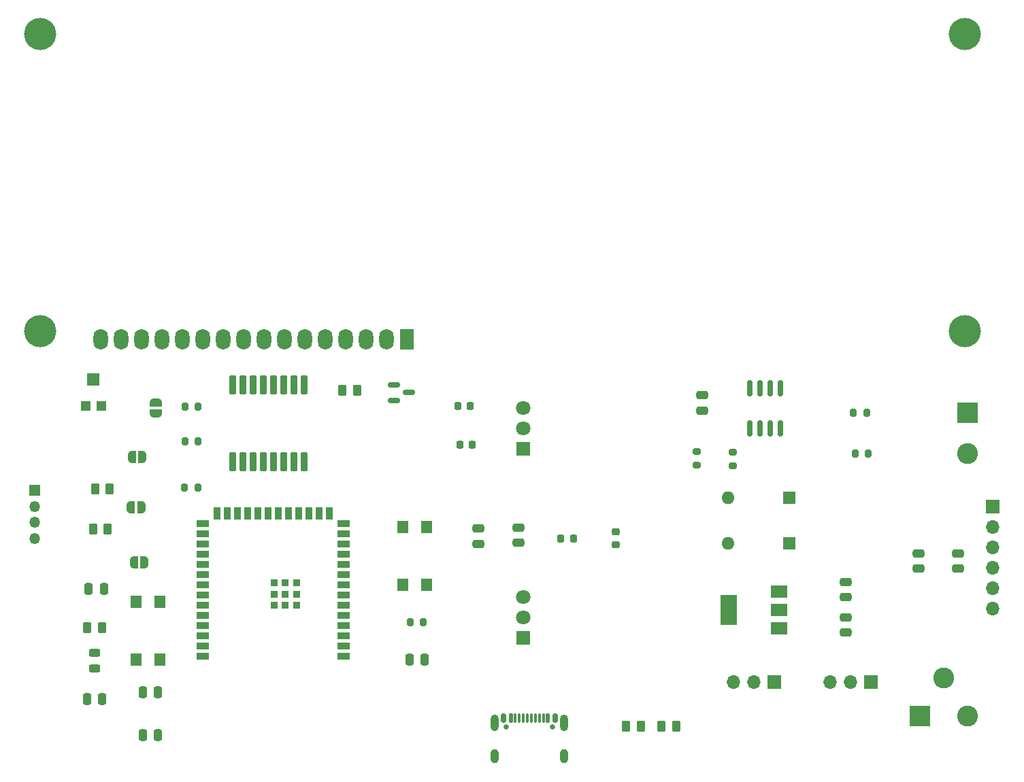
<source format=gbr>
%TF.GenerationSoftware,KiCad,Pcbnew,7.0.10*%
%TF.CreationDate,2024-04-10T22:42:48-07:00*%
%TF.ProjectId,COFFEE_MAKER,434f4646-4545-45f4-9d41-4b45522e6b69,rev?*%
%TF.SameCoordinates,Original*%
%TF.FileFunction,Soldermask,Top*%
%TF.FilePolarity,Negative*%
%FSLAX46Y46*%
G04 Gerber Fmt 4.6, Leading zero omitted, Abs format (unit mm)*
G04 Created by KiCad (PCBNEW 7.0.10) date 2024-04-10 22:42:48*
%MOMM*%
%LPD*%
G01*
G04 APERTURE LIST*
G04 Aperture macros list*
%AMRoundRect*
0 Rectangle with rounded corners*
0 $1 Rounding radius*
0 $2 $3 $4 $5 $6 $7 $8 $9 X,Y pos of 4 corners*
0 Add a 4 corners polygon primitive as box body*
4,1,4,$2,$3,$4,$5,$6,$7,$8,$9,$2,$3,0*
0 Add four circle primitives for the rounded corners*
1,1,$1+$1,$2,$3*
1,1,$1+$1,$4,$5*
1,1,$1+$1,$6,$7*
1,1,$1+$1,$8,$9*
0 Add four rect primitives between the rounded corners*
20,1,$1+$1,$2,$3,$4,$5,0*
20,1,$1+$1,$4,$5,$6,$7,0*
20,1,$1+$1,$6,$7,$8,$9,0*
20,1,$1+$1,$8,$9,$2,$3,0*%
%AMFreePoly0*
4,1,19,0.500000,-0.750000,0.000000,-0.750000,0.000000,-0.744911,-0.071157,-0.744911,-0.207708,-0.704816,-0.327430,-0.627875,-0.420627,-0.520320,-0.479746,-0.390866,-0.500000,-0.250000,-0.500000,0.250000,-0.479746,0.390866,-0.420627,0.520320,-0.327430,0.627875,-0.207708,0.704816,-0.071157,0.744911,0.000000,0.744911,0.000000,0.750000,0.500000,0.750000,0.500000,-0.750000,0.500000,-0.750000,
$1*%
%AMFreePoly1*
4,1,19,0.000000,0.744911,0.071157,0.744911,0.207708,0.704816,0.327430,0.627875,0.420627,0.520320,0.479746,0.390866,0.500000,0.250000,0.500000,-0.250000,0.479746,-0.390866,0.420627,-0.520320,0.327430,-0.627875,0.207708,-0.704816,0.071157,-0.744911,0.000000,-0.744911,0.000000,-0.750000,-0.500000,-0.750000,-0.500000,0.750000,0.000000,0.750000,0.000000,0.744911,0.000000,0.744911,
$1*%
G04 Aperture macros list end*
%ADD10RoundRect,0.250000X-0.262500X-0.450000X0.262500X-0.450000X0.262500X0.450000X-0.262500X0.450000X0*%
%ADD11RoundRect,0.200000X0.200000X0.275000X-0.200000X0.275000X-0.200000X-0.275000X0.200000X-0.275000X0*%
%ADD12R,1.500000X0.900000*%
%ADD13R,0.900000X1.500000*%
%ADD14R,0.900000X0.900000*%
%ADD15RoundRect,0.250000X-0.250000X-0.475000X0.250000X-0.475000X0.250000X0.475000X-0.250000X0.475000X0*%
%ADD16R,1.400000X1.600000*%
%ADD17RoundRect,0.250000X-0.475000X0.250000X-0.475000X-0.250000X0.475000X-0.250000X0.475000X0.250000X0*%
%ADD18R,1.350000X1.350000*%
%ADD19O,1.350000X1.350000*%
%ADD20RoundRect,0.200000X-0.200000X-0.275000X0.200000X-0.275000X0.200000X0.275000X-0.200000X0.275000X0*%
%ADD21FreePoly0,0.000000*%
%ADD22FreePoly1,0.000000*%
%ADD23RoundRect,0.200000X-0.275000X0.200000X-0.275000X-0.200000X0.275000X-0.200000X0.275000X0.200000X0*%
%ADD24RoundRect,0.150000X-0.150000X0.825000X-0.150000X-0.825000X0.150000X-0.825000X0.150000X0.825000X0*%
%ADD25R,2.600000X2.600000*%
%ADD26C,2.600000*%
%ADD27C,4.000000*%
%ADD28R,1.800000X2.600000*%
%ADD29O,1.800000X2.600000*%
%ADD30RoundRect,0.250000X0.475000X-0.250000X0.475000X0.250000X-0.475000X0.250000X-0.475000X-0.250000X0*%
%ADD31RoundRect,0.102000X-0.300000X-1.100000X0.300000X-1.100000X0.300000X1.100000X-0.300000X1.100000X0*%
%ADD32FreePoly0,90.000000*%
%ADD33FreePoly1,90.000000*%
%ADD34RoundRect,0.225000X0.250000X-0.225000X0.250000X0.225000X-0.250000X0.225000X-0.250000X-0.225000X0*%
%ADD35RoundRect,0.150000X-0.587500X-0.150000X0.587500X-0.150000X0.587500X0.150000X-0.587500X0.150000X0*%
%ADD36RoundRect,0.218750X-0.218750X-0.256250X0.218750X-0.256250X0.218750X0.256250X-0.218750X0.256250X0*%
%ADD37R,1.700000X1.700000*%
%ADD38O,1.700000X1.700000*%
%ADD39RoundRect,0.250000X0.262500X0.450000X-0.262500X0.450000X-0.262500X-0.450000X0.262500X-0.450000X0*%
%ADD40R,1.800000X1.800000*%
%ADD41C,1.800000*%
%ADD42RoundRect,0.243750X0.456250X-0.243750X0.456250X0.243750X-0.456250X0.243750X-0.456250X-0.243750X0*%
%ADD43RoundRect,0.225000X-0.225000X-0.250000X0.225000X-0.250000X0.225000X0.250000X-0.225000X0.250000X0*%
%ADD44R,2.000000X1.500000*%
%ADD45R,2.000000X3.800000*%
%ADD46R,1.600000X1.600000*%
%ADD47O,1.600000X1.600000*%
%ADD48C,0.650000*%
%ADD49RoundRect,0.150000X-0.150000X-0.425000X0.150000X-0.425000X0.150000X0.425000X-0.150000X0.425000X0*%
%ADD50RoundRect,0.110000X-0.110000X-0.465000X0.110000X-0.465000X0.110000X0.465000X-0.110000X0.465000X0*%
%ADD51RoundRect,0.075000X-0.075000X-0.500000X0.075000X-0.500000X0.075000X0.500000X-0.075000X0.500000X0*%
%ADD52O,1.000000X2.100000*%
%ADD53O,1.000000X1.800000*%
%ADD54RoundRect,0.250000X0.250000X0.475000X-0.250000X0.475000X-0.250000X-0.475000X0.250000X-0.475000X0*%
%ADD55R,1.200000X1.200000*%
%ADD56R,1.600000X1.500000*%
G04 APERTURE END LIST*
D10*
%TO.C,R7*%
X112077500Y-88370000D03*
X113902500Y-88370000D03*
%TD*%
D11*
%TO.C,FB1*%
X208350620Y-73929240D03*
X206700620Y-73929240D03*
%TD*%
D12*
%TO.C,U8*%
X143250620Y-104179240D03*
X143250620Y-102909240D03*
X143250620Y-101639240D03*
X143250620Y-100369240D03*
X143250620Y-99099240D03*
X143250620Y-97829240D03*
X143250620Y-96559240D03*
X143250620Y-95289240D03*
X143250620Y-94019240D03*
X143250620Y-92749240D03*
X143250620Y-91479240D03*
X143250620Y-90209240D03*
X143250620Y-88939240D03*
X143250620Y-87669240D03*
D13*
X141485620Y-86419240D03*
X140215620Y-86419240D03*
X138945620Y-86419240D03*
X137675620Y-86419240D03*
X136405620Y-86419240D03*
X135135620Y-86419240D03*
X133865620Y-86419240D03*
X132595620Y-86419240D03*
X131325620Y-86419240D03*
X130055620Y-86419240D03*
X128785620Y-86419240D03*
X127515620Y-86419240D03*
D12*
X125750620Y-87669240D03*
X125750620Y-88939240D03*
X125750620Y-90209240D03*
X125750620Y-91479240D03*
X125750620Y-92749240D03*
X125750620Y-94019240D03*
X125750620Y-95289240D03*
X125750620Y-96559240D03*
X125750620Y-97829240D03*
X125750620Y-99099240D03*
X125750620Y-100369240D03*
X125750620Y-101639240D03*
X125750620Y-102909240D03*
X125750620Y-104179240D03*
D14*
X137400620Y-97859240D03*
X137400620Y-96459240D03*
X137400620Y-95059240D03*
X136000620Y-97859240D03*
X136000620Y-96459240D03*
X136000620Y-95059240D03*
X134600620Y-97859240D03*
X134600620Y-96459240D03*
X134600620Y-95059240D03*
%TD*%
D15*
%TO.C,C18*%
X151450000Y-104648000D03*
X153350000Y-104648000D03*
%TD*%
D16*
%TO.C,SW5*%
X150585000Y-95338000D03*
X150585000Y-88138000D03*
X153585000Y-95338000D03*
X153585000Y-88138000D03*
%TD*%
D17*
%TO.C,C16*%
X205740000Y-94935000D03*
X205740000Y-96835000D03*
%TD*%
D18*
%TO.C,J7*%
X104800000Y-83550000D03*
D19*
X104800000Y-85550000D03*
X104800000Y-87550000D03*
X104800000Y-89550000D03*
%TD*%
D20*
%TO.C,R5*%
X123445000Y-83185000D03*
X125095000Y-83185000D03*
%TD*%
D21*
%TO.C,JP2*%
X116780000Y-85640000D03*
D22*
X118080000Y-85640000D03*
%TD*%
D20*
%TO.C,R4*%
X123500000Y-77450000D03*
X125150000Y-77450000D03*
%TD*%
D23*
%TO.C,R2*%
X191643000Y-78804000D03*
X191643000Y-80454000D03*
%TD*%
D24*
%TO.C,U5*%
X197612000Y-70866000D03*
X196342000Y-70866000D03*
X195072000Y-70866000D03*
X193802000Y-70866000D03*
X193802000Y-75816000D03*
X195072000Y-75816000D03*
X196342000Y-75816000D03*
X197612000Y-75816000D03*
%TD*%
D25*
%TO.C,J4*%
X220860620Y-73929240D03*
D26*
X220860620Y-78929240D03*
%TD*%
D27*
%TO.C,DS1*%
X220530420Y-63769240D03*
X220530420Y-26769060D03*
X105529380Y-63769240D03*
X105529380Y-26769060D03*
D28*
X151130000Y-64770000D03*
D29*
X148590000Y-64770000D03*
X146050000Y-64770000D03*
X143510000Y-64770000D03*
X140970000Y-64770000D03*
X138430000Y-64770000D03*
X135890000Y-64770000D03*
X133350000Y-64770000D03*
X130810000Y-64770000D03*
X128270000Y-64770000D03*
X125730000Y-64770000D03*
X123190000Y-64770000D03*
X120650000Y-64770000D03*
X118110000Y-64770000D03*
X115570000Y-64770000D03*
X113030000Y-64770000D03*
%TD*%
D30*
%TO.C,C13*%
X214757000Y-93279000D03*
X214757000Y-91379000D03*
%TD*%
D31*
%TO.C,U4*%
X129420620Y-79974240D03*
X130690620Y-79974240D03*
X131960620Y-79974240D03*
X133230620Y-79974240D03*
X134500620Y-79974240D03*
X135770620Y-79974240D03*
X137040620Y-79974240D03*
X138310620Y-79974240D03*
X138310620Y-70399240D03*
X137040620Y-70399240D03*
X135770620Y-70399240D03*
X134500620Y-70399240D03*
X133230620Y-70399240D03*
X131960620Y-70399240D03*
X130690620Y-70399240D03*
X129420620Y-70399240D03*
%TD*%
D23*
%TO.C,R1*%
X187198000Y-78741000D03*
X187198000Y-80391000D03*
%TD*%
D21*
%TO.C,JP1*%
X116930000Y-79360000D03*
D22*
X118230000Y-79360000D03*
%TD*%
D20*
%TO.C,FB2*%
X206890620Y-79009240D03*
X208540620Y-79009240D03*
%TD*%
D21*
%TO.C,JP3*%
X117170000Y-92530000D03*
D22*
X118470000Y-92530000D03*
%TD*%
D20*
%TO.C,R3*%
X123490000Y-73110000D03*
X125140000Y-73110000D03*
%TD*%
D32*
%TO.C,JP4*%
X119895620Y-73944240D03*
D33*
X119895620Y-72644240D03*
%TD*%
D34*
%TO.C,C3*%
X177139500Y-90297000D03*
X177139500Y-88747000D03*
%TD*%
D15*
%TO.C,C20*%
X118242000Y-114046000D03*
X120142000Y-114046000D03*
%TD*%
D35*
%TO.C,Q1*%
X149509000Y-70439240D03*
X149509000Y-72339240D03*
X151384000Y-71389240D03*
%TD*%
D15*
%TO.C,C19*%
X118242000Y-108712000D03*
X120142000Y-108712000D03*
%TD*%
D36*
%TO.C,F1*%
X170256000Y-89535000D03*
X171831000Y-89535000D03*
%TD*%
D37*
%TO.C,J1*%
X208900000Y-107385000D03*
D38*
X206360000Y-107385000D03*
X203820000Y-107385000D03*
%TD*%
D37*
%TO.C,J3*%
X196835000Y-107385000D03*
D38*
X194295000Y-107385000D03*
X191755000Y-107385000D03*
%TD*%
D30*
%TO.C,C14*%
X219710000Y-93294240D03*
X219710000Y-91394240D03*
%TD*%
%TO.C,C1*%
X164973000Y-90104000D03*
X164973000Y-88204000D03*
%TD*%
D39*
%TO.C,R12*%
X184658000Y-112903000D03*
X182833000Y-112903000D03*
%TD*%
D40*
%TO.C,U1*%
X165620620Y-101879240D03*
D41*
X165620620Y-99339240D03*
X165620620Y-96799240D03*
%TD*%
D42*
%TO.C,D1*%
X112255380Y-105692760D03*
X112255380Y-103817760D03*
%TD*%
D40*
%TO.C,U2*%
X165615620Y-78374240D03*
D41*
X165615620Y-75834240D03*
X165615620Y-73294240D03*
%TD*%
D43*
%TO.C,C4*%
X157721000Y-77851000D03*
X159271000Y-77851000D03*
%TD*%
D10*
%TO.C,R11*%
X178411500Y-112903000D03*
X180236500Y-112903000D03*
%TD*%
%TO.C,R8*%
X111347880Y-100612760D03*
X113172880Y-100612760D03*
%TD*%
%TO.C,R9*%
X143105500Y-71120000D03*
X144930500Y-71120000D03*
%TD*%
D44*
%TO.C,U7*%
X197435000Y-100725000D03*
X197435000Y-98425000D03*
D45*
X191135000Y-98425000D03*
D44*
X197435000Y-96125000D03*
%TD*%
D17*
%TO.C,C17*%
X205740000Y-99380000D03*
X205740000Y-101280000D03*
%TD*%
D30*
%TO.C,C5*%
X187840620Y-73609240D03*
X187840620Y-71709240D03*
%TD*%
D17*
%TO.C,C2*%
X160020000Y-88318000D03*
X160020000Y-90218000D03*
%TD*%
D46*
%TO.C,D7*%
X198730000Y-84455000D03*
D47*
X191110000Y-84455000D03*
%TD*%
D37*
%TO.C,J2*%
X224028000Y-85598000D03*
D38*
X224028000Y-88138000D03*
X224028000Y-90678000D03*
X224028000Y-93218000D03*
X224028000Y-95758000D03*
X224028000Y-98298000D03*
%TD*%
D36*
%TO.C,F2*%
X157454500Y-73025000D03*
X159029500Y-73025000D03*
%TD*%
D48*
%TO.C,J5*%
X163480000Y-112965000D03*
X169260000Y-112965000D03*
D49*
X163170000Y-111890000D03*
D50*
X164050000Y-111890000D03*
D51*
X165120000Y-111890000D03*
X166120000Y-111890000D03*
X166620000Y-111890000D03*
X167620000Y-111890000D03*
D49*
X169570000Y-111890000D03*
D50*
X168690000Y-111890000D03*
D51*
X168120000Y-111890000D03*
X167120000Y-111890000D03*
X165620000Y-111890000D03*
X164620000Y-111890000D03*
D52*
X162050000Y-112465000D03*
D53*
X162050000Y-116645000D03*
D52*
X170690000Y-112465000D03*
D53*
X170690000Y-116645000D03*
%TD*%
D54*
%TO.C,C10*%
X113409880Y-95830760D03*
X111509880Y-95830760D03*
%TD*%
D20*
%TO.C,R10*%
X151550000Y-99993000D03*
X153200000Y-99993000D03*
%TD*%
D55*
%TO.C,RV1*%
X111125000Y-73025000D03*
D56*
X112125000Y-69775000D03*
D55*
X113125000Y-73025000D03*
%TD*%
D10*
%TO.C,R6*%
X112310000Y-83350000D03*
X114135000Y-83350000D03*
%TD*%
D46*
%TO.C,D8*%
X198730000Y-90170000D03*
D47*
X191110000Y-90170000D03*
%TD*%
D54*
%TO.C,C21*%
X113210380Y-109502760D03*
X111310380Y-109502760D03*
%TD*%
D25*
%TO.C,J6*%
X214932000Y-111634000D03*
D26*
X220932000Y-111634000D03*
X217932000Y-106934000D03*
%TD*%
D16*
%TO.C,SW6*%
X117396000Y-104648000D03*
X117396000Y-97448000D03*
X120396000Y-104648000D03*
X120396000Y-97448000D03*
%TD*%
M02*

</source>
